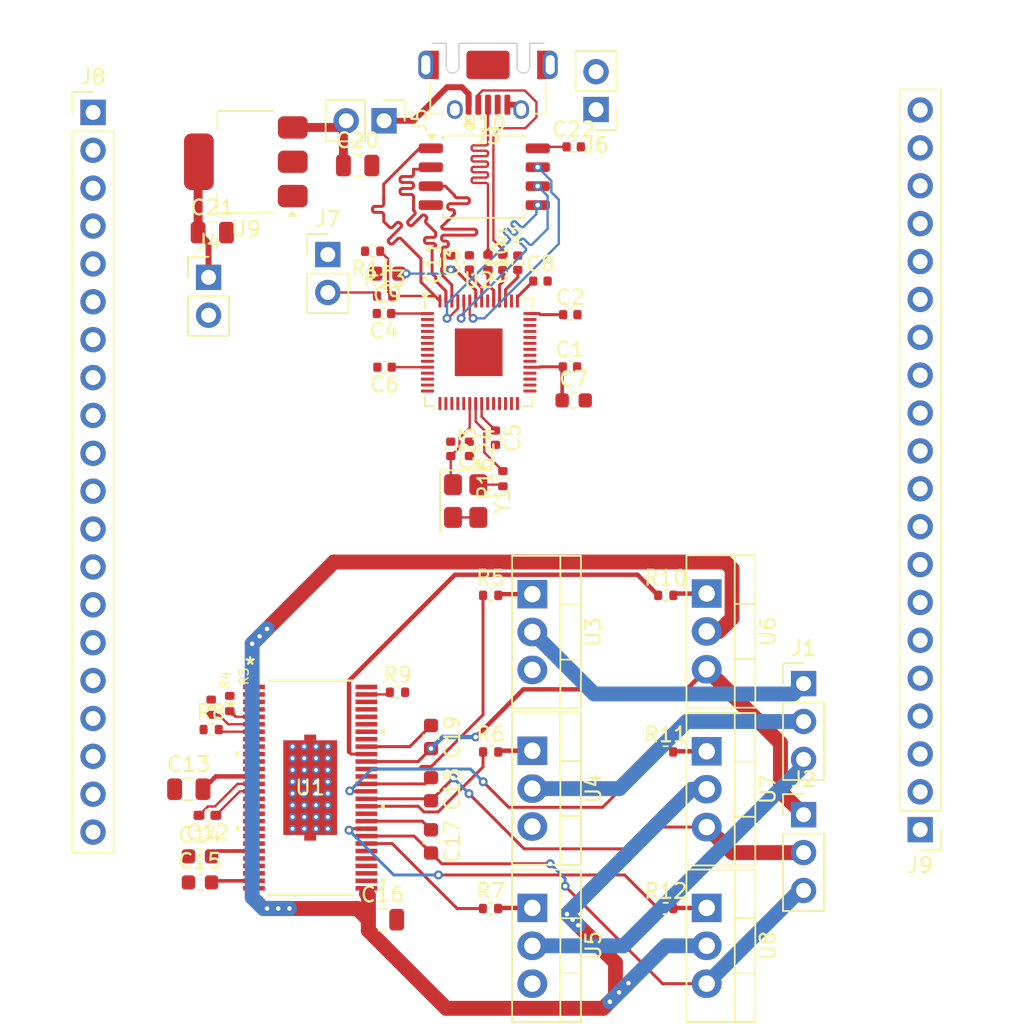
<source format=kicad_pcb>
(kicad_pcb (version 20241229) (generator "pcbnew") (generator_version "9.0")
  (layers (0 "F.Cu" signal) (2 "B.Cu" signal) (13 "F.Paste" user) (15 "B.Paste" user) (5 "F.SilkS" user "F.Silkscreen") (7 "B.SilkS" user "B.Silkscreen") (1 "F.Mask" user) (3 "B.Mask" user) (25 "Edge.Cuts" user))
  (net 0 "")
  (net 1 "Net-(U1-CP1)")
  (net 2 "GND")
  (net 4 "Net-(U1-CP2)")
  (net 5 "Net-(U1-GVDD)")
  (net 6 "Net-(U1-DVDD)")
  (net 7 "+3V3")
  (net 8 "Net-(U1-AVDD)")
  (net 12 "+1V1")
  (net 13 "+12V")
  (net 14 "Net-(J2-Pin_3)")
  (net 15 "Net-(U1-BST_C)")
  (net 16 "Net-(U1-BST_B)")
  (net 17 "Net-(J2-Pin_2)")
  (net 20 "Net-(U1-BST_A)")
  (net 21 "Net-(J2-Pin_1)")
  (net 22 "VBUS")
  (net 23 "Net-(J4-Pin_1)")
  (net 24 "Net-(C24-Pad2)")
  (net 25 "/USB_D+")
  (net 26 "Net-(J1-Pin_2)")
  (net 28 "Net-(J1-Pin_3)")
  (net 30 "Net-(J1-Pin_1)")
  (net 34 "Net-(J3-VBUS)")
  (net 35 "/USB_BOOT")
  (net 40 "Net-(U3-Gate)")
  (net 45 "Net-(U2-USB_DP)")
  (net 48 "Net-(U2-USB_DM)")
  (net 50 "Net-(U1-GL_A)")
  (net 51 "Net-(U4-Gate)")
  (net 52 "Net-(U1-GL_B)")
  (net 53 "Net-(U1-GL_C)")
  (net 55 "Net-(U5-Gate)")
  (net 56 "Net-(U1-DTC)")
  (net 57 "/USB_D-")
  (net 58 "Net-(U1-*OCTW)")
  (net 59 "Net-(U1-*FAULT)")
  (net 60 "/GPIO4")
  (net 61 "/GPIO2")
  (net 62 "/GPIO3")
  (net 63 "/GPIO5")
  (net 64 "/GPIO26_ADC1")
  (net 65 "/GPIO12")
  (net 66 "/XIN")
  (net 67 "/SWCLK")
  (net 68 "/GPIO14")
  (net 69 "/GPIO22")
  (net 70 "/QSPI_SD3")
  (net 71 "/GPIO16")
  (net 72 "/GPIO19")
  (net 73 "/GPIO24")
  (net 74 "/GPIO21")
  (net 75 "/GPIO17")
  (net 76 "/GPIO15")
  (net 77 "/GPIO10")
  (net 78 "/QSPI_SD1")
  (net 79 "/GPIO23")
  (net 80 "/SWD")
  (net 81 "/GPIO9")
  (net 82 "/GPIO1")
  (net 83 "/GPIO6")
  (net 84 "/GPIO20")
  (net 85 "/GPIO7")
  (net 86 "/TESTEN")
  (net 87 "/QSPI_SCLK")
  (net 88 "/GPIO26_ADC2")
  (net 89 "/QSPI_SD2")
  (net 90 "/GPIO13")
  (net 91 "/QSPI_SS")
  (net 92 "/XOUT")
  (net 93 "/GPIO0")
  (net 94 "/GPIO25")
  (net 96 "/QSPI_SD0")
  (net 98 "/RUN")
  (net 99 "/GPIO11")
  (net 100 "/GPIO8")
  (net 101 "/GPIO18")
  (net 102 "/GPIO26_ADC0")
  (net 103 "/GPIO26_ADC3")
  (net 104 "Net-(U1-EN_BUCK)")
  (net 105 "Net-(U1-GH_A)")
  (net 106 "Net-(U6-Gate)")
  (net 107 "Net-(U1-GH_B)")
  (net 108 "Net-(U7-Gate)")
  (net 109 "Net-(U8-Gate)")
  (net 110 "Net-(U1-GH_C)")
  (footprint "Resistor_SMD:R_0402_1005Metric" (layer "F.Cu") (at 177.75 55.25 90)
    (property "Reference" "R15")
    (property "Value" "1k")
  )
  (footprint "Capacitor_SMD:C_0402_1005Metric" (layer "F.Cu") (at 177.25 52.5 -90)
    (property "Reference" "C5")
    (property "Value" "100n")
  )
  (footprint "A_HDJ_Library:R_0402_1005Metric" (layer "F.Cu") (at 177.75 40.75 -90)
    (property "Reference" "R2")
    (property "Value" "27.4")
  )
  (footprint "Resistor_SMD:R_0402_1005Metric" (layer "F.Cu") (at 188.6652 73.5748)
    (property "Reference" "R11")
    (property "Value" "15")
  )
  (footprint "Capacitor_SMD:C_0402_1005Metric" (layer "F.Cu") (at 175.5 40.75 90)
    (property "Reference" "C3")
    (property "Value" "100n")
  )
  (footprint "Capacitor_SMD:C_0402_1005Metric" (layer "F.Cu") (at 178.75 40.77 90)
    (property "Reference" "C10")
    (property "Value" "100n")
  )
  (footprint "Capacitor_SMD:C_0805_2012Metric" (layer "F.Cu") (at 168 34.25)
    (property "Reference" "C20")
    (property "Value" "10u")
  )
  (footprint "Capacitor_SMD:C_0402_1005Metric" (layer "F.Cu") (at 182.25 47.75)
    (property "Reference" "C1")
    (property "Value" "100n")
  )
  (footprint "A_HDJ_Library:R_0402_1005Metric" (layer "F.Cu") (at 176.75 40.75 -90)
    (property "Reference" "R1")
    (property "Value" "27.4")
  )
  (footprint "Package_TO_SOT_THT:TO-220-3_Vertical" (layer "F.Cu") (at 191.4252 84.0348 -90)
    (property "Reference" "U8")
    (property "Value" "~")
  )
  (footprint "Capacitor_SMD:C_0402_1005Metric" (layer "F.Cu") (at 180.27 42)
    (property "Reference" "C8")
    (property "Value" "100n")
  )
  (footprint "Capacitor_SMD:C_0402_1005Metric" (layer "F.Cu") (at 169.77 44.175 180)
    (property "Reference" "C4")
    (property "Value" "100n")
  )
  (footprint "Resistor_SMD:R_0402_1005Metric" (layer "F.Cu") (at 188.6752 63.0748)
    (property "Reference" "R10")
    (property "Value" "15")
  )
  (footprint "Resistor_SMD:R_0402_1005Metric" (layer "F.Cu") (at 158.1752 72.0748)
    (property "Reference" "R8")
    (property "Value" "33k")
  )
  (footprint "Package_TO_SOT_THT:TO-220-3_Vertical" (layer "F.Cu") (at 179.7252 62.9948 -90)
    (property "Reference" "U3")
    (property "Value" "~")
  )
  (footprint "Resistor_SMD:R_0402_1005Metric" (layer "F.Cu") (at 188.6752 84.0748)
    (property "Reference" "R12")
    (property "Value" "15")
  )
  (footprint "Capacitor_SMD:C_0805_2012Metric" (layer "F.Cu") (at 158.25 38.75)
    (property "Reference" "C21")
    (property "Value" "10u")
  )
  (footprint "Connector_PinHeader_2.54mm:PinHeader_1x02_P2.54mm_Vertical" (layer "F.Cu") (at 169.775 31.25 -90)
    (property "Reference" "J5")
    (property "Value" "Conn_01x02_Pin")
  )
  (footprint "Capacitor_SMD:C_0603_1608Metric" (layer "F.Cu") (at 170 41.5 180)
    (property "Reference" "C9")
    (property "Value" "1u")
  )
  (footprint "Capacitor_SMD:C_0603_1608Metric" (layer "F.Cu") (at 172.9252 72.5748 -90)
    (property "Reference" "C19")
    (property "Value" "0.1µF")
  )
  (footprint "Connector_PinHeader_2.54mm:PinHeader_1x03_P2.54mm_Vertical" (layer "F.Cu") (at 197.9252 68.9948)
    (property "Reference" "J1")
    (property "Value" "Conn_01x03_Pin")
  )
  (footprint "Connector_USB:USB_Micro-AB_Molex_47590-0001" (layer "F.Cu") (at 176.75 27.15 180)
    (property "Reference" "J3")
    (property "Value" "USB_B_Micro")
    (fp_line (start 2.8 1.1) (end 3.75 1.1) (stroke (width 0.1)) (layer "Edge.Cuts"))
    (fp_line (start 2.8 -0.475) (end 2.8 1.1) (stroke (width 0.1)) (layer "Edge.Cuts"))
    (fp_line (start 1.95 -0.475) (end 1.95 1.1) (stroke (width 0.1)) (layer "Edge.Cuts"))
    (fp_line (start -1.95 1.1) (end 1.95 1.1) (stroke (width 0.1)) (layer "Edge.Cuts"))
    (fp_line (start -1.95 -0.475) (end -1.95 1.1) (stroke (width 0.1)) (layer "Edge.Cuts"))
    (fp_line (start -2.8 -0.475) (end -2.8 1.1) (stroke (width 0.1)) (layer "Edge.Cuts"))
    (fp_line (start -3.75 1.1) (end -2.8 1.1) (stroke (width 0.1)) (layer "Edge.Cuts"))
    (fp_arc (start 1.95 -0.475) (mid 2.375 -0.9) (end 2.8 -0.475) (stroke (width 0.1)) (layer "Edge.Cuts"))
    (fp_arc (start -2.8 -0.475) (mid -2.375 -0.9) (end -1.95 -0.475) (stroke (width 0.1)) (layer "Edge.Cuts"))
  )
  (footprint "Capacitor_SMD:C_0402_1005Metric" (layer "F.Cu") (at 175.5 53.25 -90)
    (property "Reference" "C24")
    (property "Value" "15p")
  )
  (footprint "Package_TO_SOT_SMD:SOT-223-3_TabPin2" (layer "F.Cu") (at 160.5 34 180)
    (property "Reference" "U9")
    (property "Value" "NCP1117-3.3_SOT223")
  )
  (footprint "Capacitor_SMD:C_0402_1005Metric" (layer "F.Cu") (at 174.25 53.25 -90)
    (property "Reference" "C23")
    (property "Value" "15p")
  )
  (footprint "Capacitor_SMD:C_0402_1005Metric_Pad0.74x0.62mm_HandSolder" (layer "F.Cu") (at 157.9252 77.8248 180)
    (property "Reference" "C12")
    (property "Value" "0.022µF")
  )
  (footprint "Capacitor_SMD:C_0402_1005Metric" (layer "F.Cu") (at 169.81 47.775 180)
    (property "Reference" "C6")
    (property "Value" "100n")
  )
  (footprint "Crystal:Crystal_SMD_3225-4Pin_3.2x2.5mm" (layer "F.Cu") (at 175.25 56.75 -90)
    (property "Reference" "Y1")
    (property "Value" "Crystal_GND23")
  )
  (footprint "Capacitor_SMD:C_0603_1608Metric" (layer "F.Cu") (at 172.9252 79.5748 -90)
    (property "Reference" "C17")
    (property "Value" "0.1µF")
  )
  (footprint "Resistor_SMD:R_0402_1005Metric" (layer "F.Cu") (at 176.9152 84.0748)
    (property "Reference" "R7")
    (property "Value" "15")
  )
  (footprint "Package_TO_SOT_THT:TO-220-3_Vertical" (layer "F.Cu") (at 179.7252 84.0348 -90)
    (property "Reference" "U5")
    (property "Value" "~")
  )
  (footprint "Capacitor_SMD:C_0402_1005Metric" (layer "F.Cu") (at 182.5 33)
    (property "Reference" "C22")
    (property "Value" "100n")
  )
  (footprint "Resistor_SMD:R_0402_1005Metric" (layer "F.Cu") (at 176.9252 73.5748)
    (property "Reference" "R6")
    (property "Value" "15")
  )
  (footprint "Resistor_SMD:R_0402_1005Metric" (layer "F.Cu") (at 169.01 40 180)
    (property "Reference" "R14")
    (property "Value" "DNF")
  )
  (footprint "Connector_PinHeader_2.54mm:PinHeader_1x20_P2.54mm_Vertical" (layer "F.Cu") (at 205.75 78.79 180)
    (property "Reference" "J9")
    (property "Value" "Conn_01x20_Pin")
  )
  (footprint "Resistor_SMD:R_0402_1005Metric" (layer "F.Cu") (at 170.6752 69.5748)
    (property "Reference" "R9")
    (property "Value" "10k")
  )
  (footprint "Capacitor_SMD:C_0603_1608Metric" (layer "F.Cu") (at 157.4252 82.3248)
    (property "Reference" "C15")
    (property "Value" "1µF")
  )
  (footprint "A_HDJ_Library:R_0402_1005Metric" (layer "F.Cu") (at 158.1752 70.5748 -90)
    (property "Reference" "R4")
    (property "Value" "10k")
  )
  (footprint "Capacitor_SMD:C_0402_1005Metric" (layer "F.Cu") (at 182.27 44.25)
    (property "Reference" "C2")
    (property "Value" "100n")
  )
  (footprint "A_HDJ_Library:R_0402_1005Metric" (layer "F.Cu") (at 159.4252 70.3248 -90)
    (property "Reference" "R3")
    (property "Value" "10k")
  )
  (footprint "Connector_PinHeader_2.54mm:PinHeader_1x02_P2.54mm_Vertical" (layer "F.Cu") (at 184 30.5 180)
    (property "Reference" "J6")
    (property "Value" "Conn_01x02_Pin")
  )
  (footprint "Capacitor_SMD:C_0402_1005Metric" (layer "F.Cu") (at 174.25 40.77 90)
    (property "Reference" "C11")
    (property "Value" "100n")
  )
  (footprint "Package_DFN_QFN:QFN-56-1EP_7x7mm_P0.4mm_EP3.2x3.2mm" (layer "F.Cu") (at 176.125 46.775)
    (property "Reference" "U2")
    (property "Value" "RP2040")
  )
  (footprint "DRV8301DCAR:DCA56_6P35X3P61" (layer "F.Cu") (at 164.8189 75.9685)
    (property "Reference" "U1")
    (property "Value" "DRV8301DCAR")
  )
  (footprint "Connector_PinHeader_2.54mm:PinHeader_1x02_P2.54mm_Vertical" (layer "F.Cu") (at 158 41.75)
    (property "Reference" "J4")
    (property "Value" "Conn_01x02_Pin")
  )
  (footprint "Capacitor_SMD:C_0603_1608Metric" (layer "F.Cu") (at 172.9252 76.0748 -90)
    (property "Reference" "C18")
    (property "Value" "0.1µF")
  )
  (footprint "Resistor_SMD:R_0402_1005Metric" (layer "F.Cu") (at 169.81 43)
    (property "Reference" "R13")
    (property "Value" "1k")
  )
  (footprint "Resistor_SMD:R_0402_1005Metric" (layer "F.Cu") (at 176.9252 63.0748)
    (property "Reference" "R5")
    (property "Value" "15")
  )
  (footprint "Package_SO:SOIC-8_5.3x5.3mm_P1.27mm" (layer "F.Cu") (at 176.5 35)
    (property "Reference" "U10")
    (property "Value" "W25Q128JVS")
  )
  (footprint "Package_TO_SOT_THT:TO-220-3_Vertical" (layer "F.Cu") (at 179.7252 73.4948 -90)
    (property "Reference" "U4")
    (property "Value" "~")
  )
  (footprint "Capacitor_SMD:C_0805_2012Metric" (layer "F.Cu") (at 156.6752 76.0748)
    (property "Reference" "C13")
    (property "Value" "2.2µF")
  )
  (footprint "Capacitor_SMD:C_0603_1608Metric" (layer "F.Cu") (at 182.5 50)
    (property "Reference" "C7")
    (property "Value" "1u")
  )
  (footprint "Capacitor_SMD:C_0603_1608Metric" (layer "F.Cu") (at 157.4252 80.5748)
    (property "Reference" "C14")
    (property "Value" "1µF")
  )
  (footprint "Package_TO_SOT_THT:TO-220-3_Vertical" (layer "F.Cu") (at 191.4252 73.5348 -90)
    (property "Reference" "U7")
    (property "Value" "~")
  )
  (footprint "Capacitor_SMD:C_0805_2012Metric" (layer "F.Cu") (at 169.6752 84.8248)
    (property "Reference" "C16")
    (property "Value" "4.7µF")
  )
  (footprint "Package_TO_SOT_THT:TO-220-3_Vertical" (layer "F.Cu") (at 191.4252 62.9548 -90)
    (property "Reference" "U6")
    (property "Value" "~")
  )
  (footprint "Connector_PinHeader_2.54mm:PinHeader_1x02_P2.54mm_Vertical" (layer "F.Cu") (at 166 40.225)
    (property "Reference" "J7")
    (property "Value" "Conn_01x02_Pin")
  )
  (footprint "Connector_PinHeader_2.54mm:PinHeader_1x03_P2.54mm_Vertical" (layer "F.Cu") (at 197.9252 77.7848)
    (property "Reference" "J2")
    (property "Value" "Conn_01x03_Pin")
  )
  (footprint "Connector_PinHeader_2.54mm:PinHeader_1x20_P2.54mm_Vertical" (layer "F.Cu") (at 150.25 30.69)
    (property "Reference" "J8")
    (property "Value" "Conn_01x20_Pin")
  )
  (segment (start 157.9487 77.2338) (end 157.3577 77.8248) (width 0.16) (layer "F.Cu") (net 1))
  (segment (start 158.4252 77.2338) (end 157.9487 77.2338) (width 0.16) (layer "F.Cu") (net 1))
  (segment (start 161.047 75.7185) (end 159.9405 75.7185) (width 0.16) (layer "F.Cu") (net 1))
  (segment (start 159.9405 75.7185) (end 158.4252 77.2338) (width 0.16) (layer "F.Cu") (net 1))
  (segment (start 176.1 57.85) (end 174.4 57.85) (width 0.16) (layer "F.Cu") (net 2))
  (segment (start 178.65 30.175) (end 178.975 30.5) (width 0.16) (layer "F.Cu") (net 2))
  (segment (start 178.05 30.175) (end 178.65 30.175) (width 0.4) (layer "F.Cu") (net 2))
  (segment (start 158.4927 77.8248) (end 160.099 76.2185) (width 0.16) (layer "F.Cu") (net 4))
  (segment (start 160.099 76.2185) (end 161.047 76.2185) (width 0.16) (layer "F.Cu") (net 4))
  (segment (start 157.6252 76.0748) (end 158.481498 75.218502) (width 0.3) (layer "F.Cu") (net 5))
  (segment (start 158.481498 75.218502) (end 161.047 75.218502) (width 0.3) (layer "F.Cu") (net 5))
  (segment (start 158.556509 80.218491) (end 161.047 80.218491) (width 0.25) (layer "F.Cu") (net 6))
  (segment (start 158.2002 80.5748) (end 158.556509 80.218491) (width 0.16) (layer "F.Cu") (net 6))
  (segment (start 180.25 44.25) (end 181.79 44.25) (width 0.2) (layer "F.Cu") (net 7))
  (segment (start 170.25 44.175) (end 172.6875 44.175) (width 0.16) (layer "F.Cu") (net 7))
  (segment (start 176.325 42.447901) (end 176.325 43.3375) (width 0.2) (layer "F.Cu") (net 7))
  (segment (start 177.25 52.02) (end 176.325 51.095) (width 0.16) (layer "F.Cu") (net 7))
  (segment (start 179.5625 44.175) (end 180.175 44.175) (width 0.2) (layer "F.Cu") (net 7))
  (segment (start 180.1825 33) (end 180.0875 33.095) (width 0.16) (layer "F.Cu") (net 7))
  (segment (start 178.725 43.3375) (end 178.725 43.065) (width 0.2) (layer "F.Cu") (net 7))
  (segment (start 175.5 41.23) (end 175.5 41.622901) (width 0.2) (layer "F.Cu") (net 7))
  (segment (start 180.175 44.175) (end 180.25 44.25) (width 0.2) (layer "F.Cu") (net 7))
  (segment (start 180.225 47.775) (end 180.25 47.75) (width 0.2) (layer "F.Cu") (net 7))
  (segment (start 176.325 51.095) (end 176.325 50.2125) (width 0.16) (layer "F.Cu") (net 7))
  (segment (start 181.725 47.795) (end 181.77 47.75) (width 0.16) (layer "F.Cu") (net 7))
  (segment (start 180.25 47.75) (end 181.77 47.75) (width 0.2) (layer "F.Cu") (net 7))
  (segment (start 182.02 33) (end 180.1825 33) (width 0.16) (layer "F.Cu") (net 7))
  (segment (start 170.29 47.775) (end 172.6875 47.775) (width 0.16) (layer "F.Cu") (net 7))
  (segment (start 175.5 41.622901) (end 176.325 42.447901) (width 0.2) (layer "F.Cu") (net 7))
  (segment (start 179.5625 47.775) (end 180.225 47.775) (width 0.2) (layer "F.Cu") (net 7))
  (segment (start 181.725 50) (end 181.725 47.795) (width 0.24) (layer "F.Cu") (net 7))
  (segment (start 178.725 43.065) (end 179.79 42) (width 0.2) (layer "F.Cu") (net 7))
  (segment (start 158.306512 82.218488) (end 161.047 82.218488) (width 0.24) (layer "F.Cu") (net 8))
  (segment (start 158.2002 82.3248) (end 158.306512 82.218488) (width 0.16) (layer "F.Cu") (net 8))
  (segment (start 174.559999 41.25) (end 175.925 42.615001) (width 0.2) (layer "F.Cu") (net 12))
  (segment (start 170.775 41.5) (end 171.25 41.5) (width 0.16) (layer "F.Cu") (net 12))
  (segment (start 177.925 42.575) (end 178.75 41.75) (width 0.2) (layer "F.Cu") (net 12))
  (segment (start 174.25 41.25) (end 174.559999 41.25) (width 0.2) (layer "F.Cu") (net 12))
  (segment (start 178.75 41.75) (end 178.75 41.25) (width 0.2) (layer "F.Cu") (net 12))
  (segment (start 175.925 42.615001) (end 175.925 43.3375) (width 0.2) (layer "F.Cu") (net 12))
  (segment (start 177.925 43.3375) (end 177.925 42.575) (width 0.2) (layer "F.Cu") (net 12))
  (via (at 171.25 41.5) (size 0.6) (drill 0.3) (layers "F.Cu" "B.Cu") (net 12))
  (via (at 174.25 41.25) (size 0.6) (drill 0.3) (layers "F.Cu" "B.Cu") (net 12))
  (segment (start 171.25 41.5) (end 174 41.5) (width 0.16) (layer "B.Cu") (net 12))
  (segment (start 174 41.5) (end 174.25 41.25) (width 0.16) (layer "B.Cu") (net 12))
  (segment (start 173.9437 90.7683) (end 168.7252 85.5498) (width 1) (layer "F.Cu") (net 13))
  (segment (start 193.1262 64.6083) (end 193.1262 61.3013) (width 1) (layer "F.Cu") (net 13))
  (segment (start 185.3002 87.6998) (end 182.8002 85.1998) (width 1) (layer "F.Cu") (net 13))
  (segment (start 167.9752 84.0748) (end 168.7252 84.8248) (width 1) (layer "F.Cu") (net 13))
  (segment (start 168.7252 84.8248) (end 168.7252 83.206288) (width 1) (layer "F.Cu") (net 13))
  (segment (start 166.4097 60.8403) (end 161.9252 65.3248) (width 1) (layer "F.Cu") (net 13))
  (segment (start 182.8002 85.1998) (end 182.4252 84.8248) (width 1) (layer "F.Cu") (net 13))
  (segment (start 168.7252 85.5498) (end 168.7252 84.8248) (width 1) (layer "F.Cu") (net 13))
  (segment (start 192.6652 60.8403) (end 166.4097 60.8403) (width 1) (layer "F.Cu") (net 13))
  (segment (start 186.1752 89.0748) (end 184.9252 90.3248) (width 1) (layer "F.Cu") (net 13))
  (segment (start 161.9252 84.0748) (end 163.4252 84.0748) (width 1) (layer "F.Cu") (net 13))
  (segment (start 192.2397 65.4948) (end 193.1262 64.6083) (width 1) (layer "F.Cu") (net 13))
  (segment (start 185.3002 89.9498) (end 185.3002 87.6998) (width 1) (layer "F.Cu") (net 13))
  (segment (start 168.7252 83.206288) (end 168.5908 83.071888) (width 1) (layer "F.Cu") (net 13))
  (segment (start 184.9252 90.3248) (end 185.3002 89.9498) (width 1) (layer "F.Cu") (net 13))
  (segment (start 161.4252 65.8248) (end 160.9252 66.3248) (width 1) (layer "F.Cu") (net 13))
  (segment (start 184.9252 90.3248) (end 184.4817 90.7683) (width 1) (layer "F.Cu") (net 13))
  (segment (start 191.4252 65.4948) (end 192.2397 65.4948) (width 1) (layer "F.Cu") (net 13))
  (segment (start 161.9252 65.3248) (end 161.4252 65.8248) (width 1) (layer "F.Cu") (net 13))
  (segment (start 193.1262 61.3013) (end 192.6652 60.8403) (width 1) (layer "F.Cu") (net 13))
  (segment (start 163.4252 84.0748) (end 167.9752 84.0748) (width 1) (layer "F.Cu") (net 13))
  (segment (start 184.4817 90.7683) (end 173.9437 90.7683) (width 1) (layer "F.Cu") (net 13))
  (segment (start 182.4252 84.8248) (end 182.0502 84.4498) (width 1) (layer "F.Cu") (net 13))
  (via (at 160.9252 66.3248) (size 0.6) (drill 0.3) (layers "F.Cu" "B.Cu") (net 13))
  (via (at 186.1752 89.0748) (size 0.6) (drill 0.3) (layers "F.Cu" "B.Cu") (net 13))
  (via (at 182.8002 85.1998) (size 0.6) (drill 0.3) (layers "F.Cu" "B.Cu") (net 13))
  (via (at 161.4252 65.8248) (size 0.6) (drill 0.3) (layers "F.Cu" "B.Cu") (net 13))
  (via (at 185.5502 89.6998) (size 0.6) (drill 0.3) (layers "F.Cu" "B.Cu") (net 13))
  (via (at 182.0502 84.4498) (size 0.6) (drill 0.3) (layers "F.Cu" "B.Cu") (net 13))
  (via (at 162.6752 84.0748) (size 0.6) (drill 0.3) (layers "F.Cu" "B.Cu") (net 13))
  (via (at 163.4252 84.0748) (size 0.6) (drill 0.3) (layers "F.Cu" "B.Cu") (net 13))
  (via (at 161.9252 65.3248) (size 0.6) (drill 0.3) (layers "F.Cu" "B.Cu") (net 13))
  (via (at 161.9252 84.0748) (size 0.6) (drill 0.3) (layers "F.Cu" "B.Cu") (net 13))
  (via (at 182.4252 84.8248) (size 0.6) (drill 0.3) (layers "F.Cu" "B.Cu") (net 13))
  (via (at 184.9252 90.3248) (size 0.6) (drill 0.3) (layers "F.Cu" "B.Cu") (net 13))
  (segment (start 161.9252 65.3248) (end 160.9252 66.3248) (width 1) (layer "B.Cu") (net 13))
  (segment (start 191.4252 86.5748) (end 188.6752 86.5748) (width 1) (layer "B.Cu") (net 13))
  (segment (start 190.4252 76.0748) (end 191.4252 76.0748) (width 1) (layer "B.Cu") (net 13))
  (segment (start 182.0502 84.4498) (end 190.4252 76.0748) (width 1) (layer "B.Cu") (net 13))
  (segment (start 160.9252 83.3248) (end 161.4252 83.8248) (width 1) (layer "B.Cu") (net 13))
  (segment (start 185.5502 89.6998) (end 184.9252 90.3248) (width 1) (layer "B.Cu") (net 13))
  (segment (start 182.8002 85.1998) (end 182.0502 84.4498) (width 1) (layer "B.Cu") (net 13))
  (segment (start 161.4252 83.8248) (end 161.6752 84.0748) (width 1) (layer "B.Cu") (net 13))
  (segment (start 186.1752 89.0748) (end 185.5502 89.6998) (width 1) (layer "B.Cu") (net 13))
  (segment (start 161.9252 84.0748) (end 162.6752 84.0748) (width 1) (layer "B.Cu") (net 13))
  (segment (start 161.6752 84.0748) (end 161.9252 84.0748) (width 1) (layer "B.Cu") (net 13))
  (segment (start 162.6752 84.0748) (end 163.4252 84.0748) (width 1) (layer "B.Cu") (net 13))
  (segment (start 160.9252 66.3248) (end 160.9252 83.3248) (width 1) (layer "B.Cu") (net 13))
  (segment (start 188.6752 86.5748) (end 186.1752 89.0748) (width 1) (layer "B.Cu") (net 13))
  (segment (start 172.9252 80.3498) (end 171.793894 79.218494) (width 0.2) (layer "F.Cu") (net 14))
  (segment (start 173.6502 81.0748) (end 172.9252 80.3498) (width 0.2) (layer "F.Cu") (net 14))
  (segment (start 191.4252 89.1148) (end 188.4652 89.1148) (width 0.2) (layer "F.Cu") (net 14))
  (segment (start 171.793894 79.218494) (end 168.5908 79.218494) (width 0.2) (layer "F.Cu") (net 14))
  (segment (start 180.9252 81.0748) (end 173.6502 81.0748) (width 0.2) (layer "F.Cu") (net 14))
  (segment (start 188.4652 89.1148) (end 181.9252 82.5748) (width 0.2) (layer "F.Cu") (net 14))
  (via (at 180.9252 81.0748) (size 0.6) (drill 0.3) (layers "F.Cu" "B.Cu") (net 14))
  (via (at 181.9252 82.5748) (size 0.6) (drill 0.3) (layers "F.Cu" "B.Cu") (net 14))
  (segment (start 181.9252 82.5748) (end 181.9252 82.0748) (width 0.2) (layer "B.Cu") (net 14))
  (segment (start 181.9252 82.0748) (end 180.9252 81.0748) (width 0.2) (layer "B.Cu") (net 14))
  (segment (start 197.6752 82.8648) (end 191.4252 89.1148) (width 1) (layer "B.Cu") (net 14))
  (segment (start 197.9252 82.8648) (end 197.6752 82.8648) (width 1) (layer "B.Cu") (net 14))
  (segment (start 172.343896 78.218496) (end 168.5908 78.218496) (width 0.2) (layer "F.Cu") (net 15))
  (segment (start 172.9252 78.7998) (end 172.343896 78.218496) (width 0.2) (layer "F.Cu") (net 15))
  (segment (start 172.5065 75.7185) (end 168.5908 75.7185) (width 0.2) (layer "F.Cu") (net 16))
  (segment (start 172.9252 75.2998) (end 172.5065 75.7185) (width 0.2) (layer "F.Cu") (net 16))
  (segment (start 172.9252 76.8498) (end 172.793898 76.718498) (width 0.2) (layer "F.Cu") (net 17))
  (segment (start 187.6352 78.6148) (end 191.4252 78.6148) (width 0.2) (layer "F.Cu") (net 17))
  (segment (start 186.1752 80.0748) (end 187.6352 78.6148) (width 0.2) (layer "F.Cu") (net 17))
  (segment (start 191.4252 78.6148) (end 193.1352 80.3248) (width 1) (layer "F.Cu") (net 17))
  (segment (start 172.9252 76.8498) (end 172.9252 76.8248) (width 0.2) (layer "F.Cu") (net 17))
  (segment (start 172.793898 76.718498) (end 168.5908 76.718498) (width 0.2) (layer "F.Cu") (net 17))
  (segment (start 175.47452 76.37412) (end 179.1752 80.0748) (width 0.2) (layer "F.Cu") (net 17))
  (segment (start 179.1752 80.0748) (end 186.1752 80.0748) (width 0.2) (layer "F.Cu") (net 17))
  (segment (start 172.9252 76.8248) (end 174.4252 75.3248) (width 0.2) (layer "F.Cu") (net 17))
  (segment (start 193.1352 80.3248) (end 197.9252 80.3248) (width 1) (layer "F.Cu") (net 17))
  (via (at 175.47452 76.37412) (size 0.6) (drill 0.3) (layers "F.Cu" "B.Cu") (net 17))
  (via (at 174.4252 75.3248) (size 0.6) (drill 0.3) (layers "F.Cu" "B.Cu") (net 17))
  (segment (start 174.4252 75.3248) (end 175.47452 76.37412) (width 0.2) (layer "B.Cu") (net 17))
  (segment (start 171.506494 73.218506) (end 168.5908 73.218506) (width 0.2) (layer "F.Cu") (net 20))
  (segment (start 172.9252 71.7998) (end 171.506494 73.218506) (width 0.2) (layer "F.Cu") (net 20))
  (segment (start 196.3742 72.9838) (end 191.4252 68.0348) (width 1) (layer "F.Cu") (net 21))
  (segment (start 197.9252 77.7848) (end 196.3742 76.2338) (width 1) (layer "F.Cu") (net 21))
  (segment (start 172.056496 74.218504) (end 168.5908 74.218504) (width 0.2) (layer "F.Cu") (net 21))
  (segment (start 196.3742 76.2338) (end 196.3742 72.9838) (width 1) (layer "F.Cu") (net 21))
  (segment (start 172.9252 73.3498) (end 172.056496 74.218504) (width 0.2) (layer "F.Cu") (net 21))
  (segment (start 191.4252 68.0348) (end 190.0817 69.3783) (width 0.3) (layer "F.Cu") (net 21))
  (segment (start 190.0817 69.3783) (end 179.1217 69.3783) (width 0.3) (layer "F.Cu") (net 21))
  (segment (start 179.1217 69.3783) (end 175.9252 72.5748) (width 0.3) (layer "F.Cu") (net 21))
  (via (at 172.9252 73.3498) (size 0.6) (drill 0.3) (layers "F.Cu" "B.Cu") (net 21))
  (via (at 175.9252 72.5748) (size 0.6) (drill 0.3) (layers "F.Cu" "B.Cu") (net 21))
  (segment (start 173.7002 72.5748) (end 172.9252 73.3498) (width 0.3) (layer "B.Cu") (net 21))
  (segment (start 175.9252 72.5748) (end 173.7002 72.5748) (width 0.3) (layer "B.Cu") (net 21))
  (segment (start 167.05 31.435) (end 167.235 31.25) (width 0.16) (layer "F.Cu") (net 22))
  (segment (start 167.05 34.25) (end 167.05 31.435) (width 0.6) (layer "F.Cu") (net 22))
  (segment (start 163.65 31.7) (end 166.785 31.7) (width 0.6) (layer "F.Cu") (net 22))
  (segment (start 166.785 31.7) (end 167.235 31.25) (width 0.16) (layer "F.Cu") (net 22))
  (segment (start 158 39.45) (end 157.3 38.75) (width 0.4) (layer "F.Cu") (net 23))
  (segment (start 157.3 38.75) (end 157.3 34.05) (width 0.6) (layer "F.Cu") (net 23))
  (segment (start 157.3 34.05) (end 157.35 34) (width 0.16) (layer "F.Cu") (net 23))
  (segment (start 158 41.75) (end 158 39.45) (width 0.4) (layer "F.Cu") (net 23))
  (segment (start 176.1 55.65) (end 177.66 55.65) (width 0.16) (layer "F.Cu") (net 24))
  (segment (start 176.5 55.25) (end 176.1 55.65) (width 0.16) (layer "F.Cu") (net 24))
  (segment (start 177.66 55.65) (end 177.75 55.74) (width 0.16) (layer "F.Cu") (net 24))
  (segment (start 176.75 34.124966) (end 176.75 34.196966) (width 0.16) (layer "F.Cu") (net 25))
  (segment (start 175.794 35.420966) (end 176.606 35.420966) (width 0.16) (layer "F.Cu") (net 25))
  (segment (start 176.606 33.620966) (end 175.794 33.620966) (width 0.16) (layer "F.Cu") (net 25))
  (segment (start 176.606 35.060966) (end 175.794 35.060966) (width 0.16) (layer "F.Cu") (net 25))
  (segment (start 175.65 34.484966) (end 175.65 34.556966) (width 0.16) (layer "F.Cu") (net 25))
  (segment (start 176.75 34.844966) (end 176.75 34.916966) (width 0.16) (layer "F.Cu") (net 25))
  (segment (start 176.75 35.636966) (end 176.75 36.023094) (width 0.16) (layer "F.Cu") (net 25))
  (segment (start 176.606 34.340966) (end 175.794 34.340966) (width 0.16) (layer "F.Cu") (net 25))
  (segment (start 176.75 33.404966) (end 176.75 33.476966) (width 0.16) (layer "F.Cu") (net 25))
  (segment (start 176.75 36.023094) (end 176.75 40.24) (width 0.16) (layer "F.Cu") (net 25))
  (segment (start 176.75 35.564966) (end 176.75 35.636966) (width 0.16) (layer "F.Cu") (net 25))
  (segment (start 175.794 34.700966) (end 176.606 34.700966) (width 0.16) (layer "F.Cu") (net 25))
  (segment (start 175.65 35.204966) (end 175.65 35.276966) (width 0.16) (layer "F.Cu") (net 25))
  (segment (start 175.794 33.260966) (end 176.606 33.260966) (width 0.16) (layer "F.Cu") (net 25))
  (segment (start 176.606 32.900966) (end 175.794 32.900966) (width 0.16) (layer "F.Cu") (net 25))
  (segment (start 175.794 33.980966) (end 176.606 33.980966) (width 0.16) (layer "F.Cu") (net 25))
  (segment (start 175.65 33.044966) (end 175.65 33.116966) (width 0.16) (layer "F.Cu") (net 25))
  (segment (start 175.65 33.764966) (end 175.65 33.836966) (width 0.16) (layer "F.Cu") (net 25))
  (segment (start 176.75 30.175) (end 176.75 32.756966) (width 0.16) (layer "F.Cu") (net 25))
  (arc (start 176.606 35.420966) (mid 176.707823 35.463143) (end 176.75 35.564966) (width 0.16) (layer "F.Cu") (net 25))
  (arc (start 176.75 34.196966) (mid 176.707823 34.298789) (end 176.606 34.340966) (width 0.16) (layer "F.Cu") (net 25))
  (arc (start 175.794 32.900966) (mid 175.692177 32.943143) (end 175.65 33.044966) (width 0.16) (layer "F.Cu") (net 25))
  (arc (start 176.606 33.980966) (mid 176.707823 34.023143) (end 176.75 34.124966) (width 0.16) (layer "F.Cu") (net 25))
  (arc (start 175.65 33.116966) (mid 175.692177 33.218789) (end 175.794 33.260966) (width 0.16) (layer "F.Cu") (net 25))
  (arc (start 175.794 33.620966) (mid 175.692177 33.663143) (end 175.65 33.764966) (width 0.16) (layer "F.Cu") (net 25))
  (arc (start 176.75 34.916966) (mid 176.707823 35.018789) (end 176.606 35.060966) (width 0.16) (layer "F.Cu") (net 25))
  (arc (start 176.606 34.700966) (mid 176.707823 34.743143) (end 176.75 34.844966) (width 0.16) (layer "F.Cu") (net 25))
  (arc (start 175.65 34.556966) (mid 175.692177 34.658789) (end 175.794 34.700966) (width 0.16) (layer "F.Cu") (net 25))
  (arc (start 175.794 35.060966) (mid 175.692177 35.103143) (end 175.65 35.204966) (width 0.16) (layer "F.Cu") (net 25))
  (arc (start 176.75 32.756966) (mid 176.707823 32.858789) (end 176.606 32.900966) (width 0.16) (layer "F.Cu") (net 25))
  (arc (start 176.606 33.260966) (mid 176.707823 33.303143) (end 176.75 33.404966) (width 0.16) (layer "F.Cu") (net 25))
  (arc (start 176.75 33.476966) (mid 176.707823 33.578789) (end 176.606 33.620966) (width 0.16) (layer "F.Cu") (net 25))
  (arc (start 175.794 34.340966) (mid 175.692177 34.383143) (end 175.65 34.484966) (width 0.16) (layer "F.Cu") (net 25))
  (arc (start 175.65 33.836966) (mid 175.692177 33.938789) (end 175.794 33.980966) (width 0.16) (layer "F.Cu") (net 25))
  (arc (start 175.65 35.276966) (mid 175.692177 35.378789) (end 175.794 35.420966) (width 0.16) (layer "F.Cu") (net 25))
  (segment (start 185.5707 76.0348) (end 190.0707 71.5348) (width 1) (layer "B.Cu") (net 26))
  (segment (start 179.7252 76.0348) (end 185.5707 76.0348) (width 1) (layer "B.Cu") (net 26))
  (segment (start 190.0707 71.5348) (end 197.9252 71.5348) (width 1) (layer "B.Cu") (net 26))
  (segment (start 197.9252 74.500702) (end 197.9252 74.0748) (width 1) (layer "B.Cu") (net 28))
  (segment (start 185.851102 86.5748) (end 197.9252 74.500702) (width 1) (layer "B.Cu") (net 28))
  (segment (start 179.7252 86.5748) (end 185.851102 86.5748) (width 1) (layer "B.Cu") (net 28))
  (segment (start 179.7252 65.5348) (end 183.8787 69.6883) (width 1) (layer "B.Cu") (net 30))
  (segment (start 183.8787 69.6883) (end 197.2317 69.6883) (width 1) (layer "B.Cu") (net 30))
  (segment (start 197.2317 69.6883) (end 197.9252 68.9948) (width 1) (layer "B.Cu") (net 30))
  (segment (start 175 29) (end 174 29) (width 0.4) (layer "F.Cu") (net 34))
  (segment (start 175.45 30.175) (end 175.45 29.45) (width 0.4) (layer "F.Cu") (net 34))
  (segment (start 175.45 29.45) (end 175 29) (width 0.4) (layer "F.Cu") (net 34))
  (segment (start 171.75 31.25) (end 169.775 31.25) (width 0.4) (layer "F.Cu") (net 34))
  (segment (start 174 29) (end 171.75 31.25) (width 0.4) (layer "F.Cu") (net 34))
  (segment (start 169.065 42.765) (end 169.3 43) (width 0.16) (layer "F.Cu") (net 35))
  (segment (start 166 42.765) (end 169.065 42.765) (width 0.16) (layer "F.Cu") (net 35))
  (segment (start 177.5152 62.9948) (end 177.4352 63.0748) (width 0.2) (layer "F.Cu") (net 40))
  (segment (start 179.7252 62.9948) (end 177.5152 62.9948) (width 0.3) (layer "F.Cu") (net 40))
  (segment (start 176.75 42.25) (end 176.75 41.26) (width 0.2) (layer "F.Cu") (net 45))
  (segment (start 177.125 42.625) (end 176.75 42.25) (width 0.2) (layer "F.Cu") (net 45))
  (segment (start 177.125 43.3375) (end 177.125 42.625) (width 0.2) (layer "F.Cu") (net 45))
  (segment (start 177.525 43.3375) (end 177.525 42.275) (width 0.2) (layer "F.Cu") (net 48))
  (segment (start 177.75 42.05) (end 177.75 41.26) (width 0.2) (layer "F.Cu") (net 48))
  (segment (start 177.525 42.275) (end 177.75 42.05) (width 0.2) (layer "F.Cu") (net 48))
  (segment (start 176.4152 63.0748) (end 176.4152 71.0848) (width 0.2) (layer "F.Cu") (net 50))
  (segment (start 172.9512 74.5488) (end 172.2933 74.5488) (width 0.2) (layer "F.Cu") (net 50))
  (segment (start 172.2933 74.5488) (end 172.123597 74.718503) (width 0.2) (layer "F.Cu") (net 50))
  (segment (start 172.123597 74.718503) (end 168.5908 74.718503) (width 0.2) (layer "F.Cu") (net 50))
  (segment (start 176.4152 71.0848) (end 172.9512 74.5488) (width 0.2) (layer "F.Cu") (net 50))
  (segment (start 179.7252 73.4948) (end 177.5152 73.4948) (width 0.3) (layer "F.Cu") (net 51))
  (segment (start 177.5152 73.4948) (end 177.4352 73.5748) (width 0.2) (layer "F.Cu") (net 51))
  (segment (start 172.45109 77.6008) (end 173.39931 77.6008) (width 0.2) (layer "F.Cu") (net 52))
  (segment (start 168.5908 77.218497) (end 172.068787 77.218497) (width 0.2) (layer "F.Cu") (net 52))
  (segment (start 173.39931 77.6008) (end 176.4152 74.58491) (width 0.2) (layer "F.Cu") (net 52))
  (segment (start 172.068787 77.218497) (end 172.45109 77.6008) (width 0.2) (layer "F.Cu") (net 52))
  (segment (start 176.4152 74.58491) (end 176.4152 73.5748) (width 0.2) (layer "F.Cu") (net 52))
  (segment (start 170.318892 79.718492) (end 174.6752 84.0748) (width 0.2) (layer "F.Cu") (net 53))
  (segment (start 168.5908 79.718492) (end 170.318892 79.718492) (width 0.2) (layer "F.Cu") (net 53))
  (segment (start 174.6752 84.0748) (end 176.4052 84.0748) (width 0.2) (layer "F.Cu") (net 53))
  (segment (start 177.7152 84.0348) (end 179.7252 84.0348) (width 0.3) (layer "F.Cu") (net 55))
  (segment (start 177.6752 84.0748) (end 177.7152 84.0348) (width 0.2) (layer "F.Cu") (net 55))
  (segment (start 177.4252 84.0748) (end 177.6752 84.0748) (width 0.2) (layer "F.Cu") (net 55))
  (segment (start 161.047 72.218508) (end 158.828908 72.218508) (width 0.16) (layer "F.Cu") (net 56))
  (segment (start 158.828908 72.218508) (end 158.6852 72.0748) (width 0.16) (layer "F.Cu") (net 56))
  (segment (start 177.111 32.139) (end 177.111 39.25) (width 0.16) (layer "F.Cu") (net 57))
  (segment (start 179.219 29.219) (end 180 30) (width 0.16) (layer "F.Cu") (net 57))
  (segment (start 180 31) (end 179.25 31.75) (width 0.16) (layer "F.Cu") (net 57))
  (segment (start 180 30) (end 180 31) (width 0.16) (layer "F.Cu") (net 57))
  (segment (start 176.1 29.500001) (end 176.381001 29.219) (width 0.16) (layer "F.Cu") (net 57))
  (segment (start 177.75 40.24) (end 177.75 40.31966) (width 0.2) (layer "F.Cu") (net 57))
  (segment (start 179.25 31.75) (end 177.5 31.75) (width 0.16) (layer "F.Cu") (net 57))
  (segment (start 176.381001 29.219) (end 179.219 29.219) (width 0.16) (layer "F.Cu") (net 57))
  (segment (start 177.75 39.889) (end 177.75 40.24) (width 0.16) (layer "F.Cu") (net 57))
  (segment (start 177.5 31.75) (end 177.111 32.139) (width 0.16) (layer "F.Cu") (net 57))
  (segment (start 177.111 39.25) (end 177.75 39.889) (width 0.16) (layer "F.Cu") (net 57))
  (segment (start 176.1 30.175) (end 176.1 29.500001) (width 0.16) (layer "F.Cu") (net 57))
  (segment (start 159.4252 70.8348) (end 159.80891 71.21851) (width 0.16) (layer "F.Cu") (net 58))
  (segment (start 159.80891 71.21851) (end 161.047 71.21851) (width 0.16) (layer "F.Cu") (net 58))
  (segment (start 161.047 71.718509) (end 159.318909 71.718509) (width 0.16) (layer "F.Cu") (net 59))
  (segment (start 158.6852 71.0848) (end 158.1752 71.0848) (width 0.16) (layer "F.Cu") (net 59))
  (segment (start 159.318909 71.718509) (end 158.6852 71.0848) (width 0.16) (layer "F.Cu") (net 59))
  (segment (start 175.525 51.835736) (end 174.841 52.519736) (width 0.16) (layer "F.Cu") (net 66))
  (segment (start 174.841 53.139) (end 174.25 53.73) (width 0.16) (layer "F.Cu") (net 66))
  (segment (start 174.25 55.5) (end 174.4 55.65) (width 0.16) (layer "F.Cu") (net 66))
  (segment (start 175.525 50.2125) (end 175.525 51.835736) (width 0.16) (layer "F.Cu") (net 66))
  (segment (start 174.25 53.73) (end 174.25 55.5) (width 0.16) (layer "F.Cu") (net 66))
  (segment (start 174.841 52.519736) (end 174.841 53.139) (width 0.16) (layer "F.Cu") (net 66))
  (segment (start 175.525 44.275) (end 175.75 44.5) (width 0.16) (layer "F.Cu") (net 70))
  (segment (start 175.525 43.3375) (end 175.525 44.275) (width 0.16) (layer "F.Cu") (net 70))
  (via (at 180.0875 34.365) (size 0.6) (drill 0.3) (layers "F.Cu" "B.Cu") (net 70))
  (via (at 175.75 44.5) (size 0.6) (drill 0.3) (layers "F.Cu" "B.Cu") (net 70))
  (segment (start 181 35.2775) (end 181 36.036968) (width 0.16) (layer "B.Cu") (net 70))
  (segment (start 181.5 36.536968) (end 181.5 39.5) (width 0.16) (layer "B.Cu") (net 70))
  (segment (start 181.5 39.5) (end 176.5 44.5) (width 0.16) (layer "B.Cu") (net 70))
  (segment (start 180.0875 34.365) (end 181 35.2775) (width 0.16) (layer "B.Cu") (net 70))
  (segment (start 176.5 44.5) (end 175.75 44.5) (width 0.16) (layer "B.Cu") (net 70))
  (segment (start 181 36.036968) (end 181.5 36.536968) (width 0.16) (layer "B.Cu") (net 70))
  (segment (start 173.925 43.3375) (end 173.925 42.675) (width 0.2) (layer "F.Cu") (net 78))
  (segment (start 173.25 42) (end 173.25 41.75) (width 0.2) (layer "F.Cu") (net 78))
  (segment (start 173.238 38.738) (end 172.919801 38.419801) (width 0.2) (layer "F.Cu") (net 78))
  (segment (start 172.318759 37.606625) (end 172.212692 37.712691) (width 0.2) (layer "F.Cu") (net 78))
  (segment (start 171.75 34.83) (end 171.75 34.75) (width 0.2) (layer "F.Cu") (net 78))
  (segment (start 173 41.5) (end 173 39.869964) (width 0.2) (layer "F.Cu") (net 78))
  (segment (start 171.75 37.25) (end 171.75 36.8) (width 0.2) (layer "F.Cu") (net 78))
  (segment (start 171.01 35.79) (end 171.59 35.79) (width 0.2) (layer "F.Cu") (net 78))
  (segment (start 171.75 36.8) (end 171.75 36.35) (width 0.2) (layer "F.Cu") (net 78))
  (segment (start 173.238 38.911964) (end 173.238 38.831964) (width 0.2) (layer "F.Cu") (net 78))
  (segment (start 170.85 36.03) (end 170.85 35.95) (width 0.2) (layer "F.Cu") (net 78))
  (segment (start 171.816708 37.316709) (end 171.760142 37.260142) (width 0.2) (layer "F.Cu") (net 78))
  (segment (start 171.75 34.75) (end 171.75 34.567817) (width 0.2) (layer "F.Cu") (net 78))
  (segment (start 171.75 35.63) (end 171.75 35.55) (width 0.2) (layer "F.Cu") (net 78))
  (segment (start 171.75 34.567817) (end 171.75 34.5) (width 0.2) (layer "F.Cu") (net 78))
  (segment (start 173 39.869964) (end 173.238 39.631964) (width 0.2) (layer "F.Cu") (net 78))
  (segment (start 171.463156 38.235949) (end 171.406587 38.17938) (width 0.2) (layer "F.Cu") (net 78))
  (segment (start 172.099552 37.825827) (end 171.68943 38.235949) (width 0.2) (layer "F.Cu") (net 78))
  (segment (start 172.488 39.311964) (end 172.488 39.231964) (width 0.2) (layer "F.Cu") (net 78))
  (segment (start 172.648 39.071964) (end 173.078 39.071964) (width 0.2) (layer "F.Cu") (net 78))
  (segment (start 171.59 36.19) (end 171.01 36.19) (width 0.2) (layer "F.Cu") (net 78))
  (segment (start 172.212692 37.712691) (end 172.099552 37.825827) (width 0.2) (layer "F.Cu") (net 78))
  (segment (start 173.078 39.471964) (end 172.648 39.471964) (width 0.2) (layer "F.Cu") (net 78))
  (segment (start 171.59 35.39) (end 171.01 35.39) (width 0.2) (layer "F.Cu") (net 78))
  (segment (start 171.406587 37.953106) (end 171.816709 37.542985) (width 0.2) (layer "F.Cu") (net 78))
  (segment (start 171.75 34.5) (end 172.7775 34.5) (width 0.2) (layer "F.Cu") (net 78))
  (segment (start 170.85 35.23) (end 170.85 35.15) (width 0.2) (layer "F.Cu") (net 78))
  (segment (start 172.7775 34.5) (end 172.9125 34.365) (width 0.2) (layer "F.Cu") (net 78))
  (segment (start 173.25 41.75) (end 173 41.5) (width 0.2) (layer "F.Cu") (net 78))
  (segment (start 173.238 38.831964) (end 173.238 38.738) (width 0.2) (layer "F.Cu") (net 78))
  (segment (start 173.925 42.675) (end 173.25 42) (width 0.2) (layer "F.Cu") (net 78))
  (segment (start 171.760142 37.260142) (end 171.75 37.25) (width 0.2) (layer "F.Cu") (net 78))
  (segment (start 171.01 34.99) (end 171.59 34.99) (width 0.2) (layer "F.Cu") (net 78))
  (segment (start 172.919801 38.419801) (end 172.601602 38.101602) (width 0.2) (layer "F.Cu") (net 78))
  (segment (start 172.601602 37.677336) (end 172.530891 37.606625) (width 0.2) (layer "F.Cu") (net 78))
  (arc (start 171.68943 38.235949) (mid 171.576293 38.282812) (end 171.463156 38.235949) (width 0.2) (layer "F.Cu") (net 78))
  (arc (start 171.75 35.55) (mid 171.703137 35.436863) (end 171.59 35.39) (width 0.2) (layer "F.Cu") (net 78))
  (arc (start 172.648 39.471964) (mid 172.534863 39.425101) (end 172.488 39.311964) (width 0.2) (layer "F.Cu") (net 78))
  (arc (start 173.078 39.071964) (mid 173.191137 39.025101) (end 173.238 38.911964) (width 0.2) (layer "F.Cu") (net 78))
  (arc (start 173.238 39.631964) (mid 173.191137 39.518827) (end 173.078 39.471964) (width 0.2) (layer "F.Cu") (net 78))
  (arc (start 171.59 35.79) (mid 171.703137 35.743137) (end 171.75 35.63) (width 0.2) (layer "F.Cu") (net 78))
  (arc (start 171.01 36.19) (mid 170.896863 36.143137) (end 170.85 36.03) (width 0.2) (layer "F.Cu") (net 78))
  (arc (start 171.816709 37.542985) (mid 171.863571 37.429846) (end 171.816708 37.316709) (width 0.2) (layer "F.Cu") (net 78))
  (arc (start 172.601602 38.101602) (mid 172.557667 37.995536) (end 172.601602 37.889469) (width 0.2) (layer "F.Cu") (net 78))
  (arc (start 172.488 39.231964) (mid 172.534863 39.118827) (end 172.648 39.071964) (width 0.2) (layer "F.Cu") (net 78))
  (arc (start 171.75 36.35) (mid 171.703137 36.236863) (end 171.59 36.19) (width 0.2) (layer "F.Cu") (net 78))
  (arc (start 171.406587 38.17938) (mid 171.359724 38.066243) (end 171.406587 37.953106) (width 0.2) (layer "F.Cu") (net 78))
  (arc (start 172.530891 37.606625) (mid 172.424825 37.562691) (end 172.318759 37.606625) (width 0.2) (layer "F.Cu") (net 78))
  (arc (start 171.01 35.39) (mid 170.896863 35.343137) (end 170.85 35.23) (width 0.2) (layer "F.Cu") (net 78))
  (arc (start 172.601602 37.889469) (mid 172.645536 37.783402) (end 172.601602 37.677336) (width 0.2) (layer "F.Cu") (net 78))
  (arc (start 170.85 35.15) (mid 170.896863 35.036863) (end 171.01 34.99) (width 0.2) (layer "F.Cu") (net 78))
  (arc (start 170.85 35.95) (mid 170.896863 35.836863) (end 171.01 35.79) (width 0.2) (layer "F.Cu") (net 78))
  (arc (start 171.59 34.99) (mid 171.703137 34.943137) (end 171.75 34.83) (width 0.2) (layer "F.Cu") (net 78))
  (segment (start 175.125 43.3375) (end 175.125 44.324997) (width 0.16) (layer "F.Cu") (net 87))
  (segment (start 175.125 44.324997) (end 174.949997 44.5) (width 0.16) (layer "F.Cu") (net 87))
  (via (at 174.949997 44.5) (size 0.6) (drill 0.3) (layers "F.Cu" "B.Cu") (net 87))
  (via (at 180.0875 35.635) (size 0.6) (drill 0.3) (layers "F.Cu" "B.Cu") (net 87))
  (segment (start 179.769015 39.480986) (end 180.002198 39.247802) (width 0.16) (layer "B.Cu") (net 87))
  (segment (start 180.75 38.5) (end 180.75 36.2975) (width 0.16) (layer "B.Cu") (net 87))
  (segment (start 180.75 36.2975) (end 180.0875 35.635) (width 0.16) (layer "B.Cu") (net 87))
  (segment (start 179.718104 39.5319) (end 179.769015 39.480986) (width 0.16) (layer "B.Cu") (net 87))
  (segment (start 174.949997 44.300003) (end 179.259897 39.990103) (width 0.16) (layer "B.Cu") (net 87))
  (segment (start 178.933215 39.256126) (end 178.984126 39.205216) (width 0.16) (layer "B.Cu") (net 87))
  (segment (start 179.187774 39.205215) (end 179.514458 39.531899) (width 0.16) (layer "B.Cu") (net 87))
  (segment (start 180.002198 39.247802) (end 180.75 38.5) (width 0.16) (layer "B.Cu") (net 87))
  (segment (start 174.949997 44.5) (end 174.949997 44.300003) (width 0.16) (layer "B.Cu") (net 87))
  (segment (start 179.259897 39.786457) (end 178.933214 39.459774) (width 0.16) (layer "B.Cu") (net 87))
  (arc (start 178.933214 39.459774) (mid 178.891038 39.35795) (end 178.933215 39.256126) (width 0.16) (layer "B.Cu") (net 87))
  (arc (start 178.984126 39.205216) (mid 179.085951 39.163038) (end 179.187774 39.205215) (width 0.16) (layer "B.Cu") (net 87))
  (arc (start 179.259897 39.990103) (mid 179.302074 39.888279) (end 179.259897 39.786457) (width 0.16) (layer "B.Cu") (net 87))
  (arc (start 179.514458 39.531899) (mid 179.616281 39.574076) (end 179.718104 39.5319) (width 0.16) (layer "B.Cu") (net 87))
  (segment (start 173.639 39.961) (end 173.639 40.367667) (width 0.2) (layer "F.Cu") (net 89))
  (segment (start 173.639 39.881) (end 173.639 39.961) (width 0.2) (layer "F.Cu") (net 89))
  (segment (start 173.939699 35.689699) (end 174.257897 36.007897) (width 0.2) (layer "F.Cu") (net 89))
  (segment (start 173.639 40.367667) (end 173.639 41.57655) (width 0.2) (layer "F.Cu") (net 89))
  (segment (start 174.089 39.481) (end 174.089 39.561) (width 0.2) (layer "F.Cu") (net 89))
  (segment (start 175.34 36.81) (end 174.66 36.81) (width 0.2) (layer "F.Cu") (net 89))
  (segment (start 175.829 38.921) (end 173.799 38.921) (width 0.2) (layer "F.Cu") (net 89))
  (segment (start 174.21 37.21) (end 174.34 37.21) (width 0.2) (layer "F.Cu") (net 89))
  (segment (start 174.66 36.81) (end 174.34 36.81) (width 0.2) (layer "F.Cu") (net 89))
  (segment (start 173.799 38.521) (end 175.829 38.521) (width 0.2) (layer "F.Cu") (net 89))
  (segment (start 174.257897 36.007897) (end 174.5 36.25) (width 0.2) (layer "F.Cu") (net 89))
  (segment (start 173.799 39.321) (end 173.929 39.321) (width 0.2) (layer "F.Cu") (net 89))
  (segment (start 175.5 36.57) (end 175.5 36.65) (width 0.2) (layer "F.Cu") (net 89))
  (segment (start 173.863602 38.136396) (end 173.639 38.361) (width 0.2) (layer "F.Cu") (net 89))
  (segment (start 173.639 39.081) (end 173.639 39.161) (width 0.2) (layer "F.Cu") (net 89))
  (segment (start 174.325 42.26255) (end 174.325 43.3375) (width 0.2) (layer "F.Cu") (net 89))
  (segment (start 174.5 37.5) (end 173.863602 38.136396) (width 0.2) (layer "F.Cu") (net 89))
  (segment (start 173.885 35.635) (end 173.939699 35.689699) (width 0.2) (layer "F.Cu") (net 89))
  (segment (start 172.9125 35.635) (end 173.885 35.635) (width 0.2) (layer "F.Cu") (net 89))
  (segment (start 174.05 36.97) (end 174.05 37.05) (width 0.2) (layer "F.Cu") (net 89))
  (segment (start 175.989 38.681) (end 175.989 38.761) (width 0.2) (layer "F.Cu") (net 89))
  (segment (start 174.34 36.81) (end 174.21 36.81) (width 0.2) (layer "F.Cu") (net 89))
  (segment (start 174.66 36.41) (end 175.34 36.41) (width 0.2) (layer "F.Cu") (net 89))
  (segment (start 173.639 41.57655) (end 174.325 42.26255) (width 0.2) (layer "F.Cu") (net 89))
  (segment (start 173.929 39.721) (end 173.799 39.721) (width 0.2) (layer "F.Cu") (net 89))
  (segment (start 174.5 37.37) (end 174.5 37.45) (width 0.2) (layer "F.Cu") (net 89))
  (segment (start 174.5 37.45) (end 174.5 37.5) (width 0.2) (layer "F.Cu") (net 89))
  (arc (start 175.989 38.761) (mid 175.942137 38.874137) (end 175.829 38.921) (width 0.2) (layer "F.Cu") (net 89))
  (arc (start 173.639 39.161) (mid 173.685863 39.274137) (end 173.799 39.321) (width 0.2) (layer "F.Cu") (net 89))
  (arc (start 174.5 36.25) (mid 174.546863 36.363137) (end 174.66 36.41) (width 0.2) (layer "F.Cu") (net 89))
  (arc (start 173.799 38.921) (mid 173.685863 38.967863) (end 173.639 39.081) (width 0.2) (layer "F.Cu") (net 89))
  (arc (start 174.05 37.05) (mid 174.096863 37.163137) (end 174.21 37.21) (width 0.2) (layer "F.Cu") (net 89))
  (arc (start 173.929 39.321) (mid 174.042137 39.367863) (end 174.089 39.481) (width 0.2) (layer "F.Cu") (net 89))
  (arc (start 175.34 36.41) (mid 175.453137 36.456863) (end 175.5 36.57) (width 0.2) (layer "F.Cu") (net 89))
  (arc (start 174.21 36.81) (mid 174.096863 36.856863) (end 174.05 36.97) (width 0.2) (layer "F.Cu") (net 89))
  (arc (start 175.829 38.521) (mid 175.942137 38.567863) (end 175.989 38.681) (width 0.2) (layer "F.Cu") (net 89))
  (arc (start 174.34 37.21) (mid 174.453137 37.256863) (end 174.5 37.37) (width 0.2) (layer "F.Cu") (net 89))
  (arc (start 174.089 39.561) (mid 174.042137 39.674137) (end 173.929 39.721) (width 0.2) (layer "F.Cu") (net 89))
  (arc (start 173.799 39.721) (mid 173.685863 39.767863) (end 173.639 39.881) (width 0.2) (layer "F.Cu") (net 89))
  (arc (start 175.5 36.65) (mid 175.453137 36.763137) (end 175.34 36.81) (width 0.2) (layer "F.Cu") (net 89))
  (arc (start 173.639 38.361) (mid 173.685863 38.474137) (end 173.799 38.521) (width 0.2) (layer "F.Cu") (net 89))
  (segment (start 169.75 36.83) (end 169.75 36.75) (width 0.2) (layer "F.Cu") (net 91))
  (segment (start 169.52 40) (end 170.044 40.524) (width 0.16) (layer "F.Cu") (net 91))
  (segment (start 170.044 40.524) (end 170.044 42.724) (width 0.16) (layer "F.Cu") (net 91))
  (segment (start 169.75 36.75) (end 169.75 36.542705) (width 0.2) (layer "F.Cu") (net 91))
  (segment (start 173.525 43.3375) (end 172.25 42.0625) (width 0.2) (layer "F.Cu") (net 91))
  (segment (start 169 37.23) (end 169 37.15) (width 0.2) (layer "F.Cu") (net 91))
  (segment (start 170.620717 38.107042) (end 170.352016 38.375742) (width 0.2) (layer "F.Cu") (net 91))
  (segment (start 169.75 35.5) (end 172.155 33.095) (width 0.2) (layer "F.Cu") (net 91))
  (segment (start 170.63486 38.658585) (end 170.90356 38.389885) (width 0.2) (layer "F.Cu") (net 91))
  (segment (start 169.75 36.542705) (end 169.75 35.5) (width 0.2) (layer "F.Cu") (net 91))
  (segment (start 170.90356 38.163611) (end 170.846991 38.107042) (width 0.2) (layer "F.Cu") (net 91))
  (segment (start 172.155 33.095) (end 172.9125 33.095) (width 0.2) (layer "F.Cu") (net 91))
  (segment (start 169.59 37.39) (end 169.16 37.39) (width 0.2) (layer "F.Cu") (net 91))
  (segment (start 172.25 40.5) (end 170.917705 39.167705) (width 0.2) (layer "F.Cu") (net 91))
  (segment (start 170.104529 39.188916) (end 170.408585 38.884861) (width 0.2) (layer "F.Cu") (net 91))
  (segment (start 170.044 42.724) (end 170.32 43) (width 0.16) (layer "F.Cu") (net 91))
  (segment (start 170.125742 38.375742) (end 170.069174 38.319174) (width 0.2) (layer "F.Cu") (net 91))
  (segment (start 170.408585 38.884861) (end 170.63486 38.658585) (width 0.2) (layer "F.Cu") (net 91))
  (segment (start 170.161098 39.471759) (end 170.104529 39.41519) (width 0.2) (layer "F.Cu") (net 91))
  (segment (start 169.16 36.99) (end 169.59 36.99) (width 0.2) (layer "F.Cu") (net 91))
  (segment (start 170.069174 38.319174) (end 169.75 38) (width 0.2) (layer "F.Cu") (net 91))
  (segment (start 169.75 38) (end 169.75 37.55) (width 0.2) (layer "F.Cu") (net 91))
  (segment (start 172.25 42.0625) (end 172.25 40.5) (width 0.2) (layer "F.Cu") (net 91))
  (segment (start 173.1875 43) (end 173.525 43.3375) (width 0.16) (layer "F.Cu") (net 91))
  (segment (start 170.691429 39.167704) (end 170.387374 39.47176) (width 0.2) (layer "F.Cu") (net 91))
  (segment (start 170.32 43) (end 173.1875 43) (width 0.16) (layer "F.Cu") (net 91))
  (arc (start 170.846991 38.107042) (mid 170.733854 38.060179) (end 170.620717 38.107042) (width 0.2) (layer "F.Cu") (net 91))
  (arc (start 169.16 37.39) (mid 169.046863 37.343137) (end 169 37.23) (width 0.2) (layer "F.Cu") (net 91))
  (arc (start 169.59 36.99) (mid 169.703137 36.943137) (end 169.75 36.83) (width 0.2) (layer "F.Cu") (net 91))
  (arc (start 170.90356 38.389885) (mid 170.950423 38.276748) (end 170.90356 38.163611) (width 0.2) (layer "F.Cu") (net 91))
  (arc (start 170.387374 39.47176) (mid 170.274235 39.518622) (end 170.161098 39.471759) (width 0.2) (layer "F.Cu") (net 91))
  (arc (start 170.352016 38.375742) (mid 170.238879 38.422605) (end 170.125742 38.375742) (width 0.2) (layer "F.Cu") (net 91))
  (arc (start 170.104529 39.41519) (mid 170.057666 39.302053) (end 170.104529 39.188916) (width 0.2) (layer "F.Cu") (net 91))
  (arc (start 169.75 37.55) (mid 169.703137 37.436863) (end 169.59 37.39) (width 0.2) (layer "F.Cu") (net 91))
  (arc (start 169 37.15) (mid 169.046863 37.036863) (end 169.16 36.99) (width 0.2) (layer "F.Cu") (net 91))
  (arc (start 170.917705 39.167705) (mid 170.804567 39.12084) (end 170.691429 39.167704) (width 0.2) (layer "F.Cu") (net 91))
  (segment (start 177.75 54.74) (end 176.51 53.5) (width 0.16) (layer "F.Cu") (net 92))
  (segment (start 176.5 52) (end 175.925 51.425) (width 0.16) (layer "F.Cu") (net 92))
  (segment (start 175.925 51.425) (end 175.925 50.2125) (width 0.16) (layer "F.Cu") (net 92))
  (segment (start 176.51 53.5) (end 176.5 53.5) (width 0.16) (layer "F.Cu") (net 92))
  (segment (start 176.5 53.5) (end 176.5 52) (width 0.16) (layer "F.Cu") (net 92))
  (segment (start 174.725 43.3375) (end 174.725 43.84449) (width 0.16) (layer "F.Cu") (net 96))
  (segment (start 174.725 43.84449) (end 174.06949 44.5) (width 0.16) (layer "F.Cu") (net 96))
  (segment (start 174.06949 44.5) (end 174 44.5) (width 0.16) (layer "F.Cu") (net 96))
  (via (at 180.0875 36.905) (size 0.6) (drill 0.3) (layers "F.Cu" "B.Cu") (net 96))
  (via (at 174 44.5) (size 0.6) (drill 0.3) (layers "F.Cu" "B.Cu") (net 96))
  (segment (start 178.361138 38.078203) (end 178.412049 38.027293) (width 0.16) (layer "B.Cu") (net 96))
  (segment (start 178.636909 38.863095) (end 178.68782 38.812181) (width 0.16) (layer "B.Cu") (net 96))
  (segment (start 179.146027 38.353977) (end 179.196938 38.303063) (width 0.16) (layer "B.Cu") (net 96))
  (segment (start 174 43.5) (end 178.178702 39.321298) (width 0.16) (layer "B.Cu") (net 96))
  (segment (start 179.333394 38.166606) (end 180 37.5) (width 0.16) (layer "B.Cu") (net 96))
  (segment (start 178.68782 38.608534) (end 178.361137 38.281851) (width 0.16) (layer "B.Cu") (net 96))
  (segment (start 177.85202 38.587321) (end 177.902931 38.536411) (width 0.16) (layer "B.Cu") (net 96))
  (segment (start 179.196938 38.303063) (end 179.333394 38.166606) (width 0.16) (layer "B.Cu") (net 96))
  (segment (start 180 36.9925) (end 180.0875 36.905) (width 0.16) (layer "B.Cu") (net 96))
  (segment (start 178.178702 39.117652) (end 177.852019 38.790969) (width 0.16) (layer "B.Cu") (net 96))
  (segment (start 180 37.5) (end 180 36.9925) (width 0.16) (layer "B.Cu") (net 96))
  (segment (start 178.106579 38.53641) (end 178.433263 38.863094) (width 0.16) (layer "B.Cu") (net 96))
  (segment (start 174 44.5) (end 174 43.5) (width 0.16) (layer "B.Cu") (net 96))
  (segment (start 178.615697 38.027292) (end 178.942381 38.353976) (width 0.16) (layer "B.Cu") (net 96))
  (segment (start 178.68782 38.812181) (end 178.68782 38.81218) (width 0.16) (layer "B.Cu") (net 96))
  (arc (start 178.361137 38.281851) (mid 178.318961 38.180027) (end 178.361138 38.078203) (width 0.16) (layer "B.Cu") (net 96))
  (arc (start 178.942381 38.353976) (mid 179.044204 38.396153) (end 179.146027 38.353977) (width 0.16) (layer "B.Cu") (net 96))
  (arc (start 178.178702 39.321298) (mid 178.220879 39.219474) (end 178.178702 39.117652) (width 0.16) (layer "B.Cu") (net 96))
  (arc (start 178.433263 38.863094) (mid 178.535086 38.905271) (end 178.636909 38.863095) (width 0.16) (layer "B.Cu") (net 96))
  (arc (start 177.852019 38.790969) (mid 177.809843 38.689145) (end 177.85202 38.587321) (width 0.16) (layer "B.Cu") (net 96))
  (arc (start 178.68782 38.81218) (mid 178.729997 38.710356) (end 178.68782 38.608534) (width 0.16) (layer "B.Cu") (net 96))
  (arc (start 178.412049 38.027293) (mid 178.513874 37.985115) (end 178.615697 38.027292) (width 0.16) (layer "B.Cu") (net 96))
  (arc (start 177.902931 38.536411) (mid 178.004756 38.494233) (end 178.106579 38.53641) (width 0.16) (layer "B.Cu") (net 96))
  (segment (start 170.021488 69.718512) (end 168.5908 69.718512) (width 0.16) (layer "F.Cu") (net 104))
  (segment (start 170.1652 69.5748) (end 170.021488 69.718512) (width 0.16) (layer "F.Cu") (net 104))
  (segment (start 167.568904 73.718504) (end 167.4252 73.5748) (width 0.2) (layer "F.Cu") (net 105))
  (segment (start 174.532615 61.6913) (end 167.4252 68.798715) (width 0.3) (layer "F.Cu") (net 105))
  (segment (start 188.1652 63.0748) (end 186.7817 61.6913) (width 0.3) (layer "F.Cu") (net 105))
  (segment (start 167.4252 68.798715) (end 167.4252 73.5748) (width 0.3) (layer "F.Cu") (net 105))
  (segment (start 186.7817 61.6913) (end 174.532615 61.6913) (width 0.3) (layer "F.Cu") (net 105))
  (segment (start 168.5908 73.718504) (end 167.568904 73.718504) (width 0.2) (layer "F.Cu") (net 105))
  (segment (start 189.3052 62.9548) (end 189.1852 63.0748) (width 0.2) (layer "F.Cu") (net 106))
  (segment (start 191.4252 62.9548) (end 189.3052 62.9548) (width 0.3) (layer "F.Cu") (net 106))
  (segment (start 167.503009 76.2185) (end 167.476637 76.192128) (width 0.2) (layer "F.Cu") (net 107))
  (segment (start 168.5908 76.2185) (end 167.503009 76.2185) (width 0.2) (layer "F.Cu") (net 107))
  (segment (start 188.1552 73.5748) (end 184.4417 77.2883) (width 0.2) (layer "F.Cu") (net 107))
  (segment (start 178.1387 77.2883) (end 176.4252 75.5748) (width 0.2) (layer "F.Cu") (net 107))
  (segment (start 184.4417 77.2883) (end 178.1387 77.2883) (width 0.2) (layer "F.Cu") (net 107))
  (via (at 176.4252 75.5748) (size 0.6) (drill 0.3) (layers "F.Cu" "B.Cu") (net 107))
  (via (at 167.476637 76.192128) (size 0.6) (drill 0.3) (layers "F.Cu" "B.Cu") (net 107))
  (segment (start 175.5742 74.7238) (end 168.944965 74.7238) (width 0.2) (layer "B.Cu") (net 107))
  (segment (start 176.4252 75.5748) (end 175.5742 74.7238) (width 0.2) (layer "B.Cu") (net 107))
  (segment (start 168.944965 74.7238) (end 167.476637 76.192128) (width 0.2) (layer "B.Cu") (net 107))
  (segment (start 189.2152 73.5348) (end 189.1752 73.5748) (width 0.2) (layer "F.Cu") (net 108))
  (segment (start 191.4252 73.5348) (end 189.2152 73.5348) (width 0.3) (layer "F.Cu") (net 108))
  (segment (start 189.2252 84.0348) (end 189.1852 84.0748) (width 0.2) (layer "F.Cu") (net 109))
  (segment (start 191.4252 84.0348) (end 189.2252 84.0348) (width 0.3) (layer "F.Cu") (net 109))
  (segment (start 167.422657 78.823388) (end 167.527551 78.718494) (width 0.2) (layer "F.Cu") (net 110))
  (segment (start 167.527551 78.718494) (end 168.5908 78.718494) (width 0.2) (layer "F.Cu") (net 110))
  (segment (start 188.1652 84.0748) (end 185.9152 81.8248) (width 0.2) (layer "F.Cu") (net 110))
  (segment (start 185.9152 81.8248) (end 173.4252 81.8248) (width 0.2) (layer "F.Cu") (net 110))
  (via (at 173.4252 81.8248) (size 0.6) (drill 0.3) (layers "F.Cu" "B.Cu") (net 110))
  (via (at 167.422657 78.823388) (size 0.6) (drill 0.3) (layers "F.Cu" "B.Cu") (net 110))
  (segment (start 173.4252 81.8248) (end 170.424069 81.8248) (width 0.2) (layer "B.Cu") (net 110))
  (segment (start 170.424069 81.8248) (end 167.422657 78.823388) (width 0.2) (layer "B.Cu") (net 110))
)
</source>
